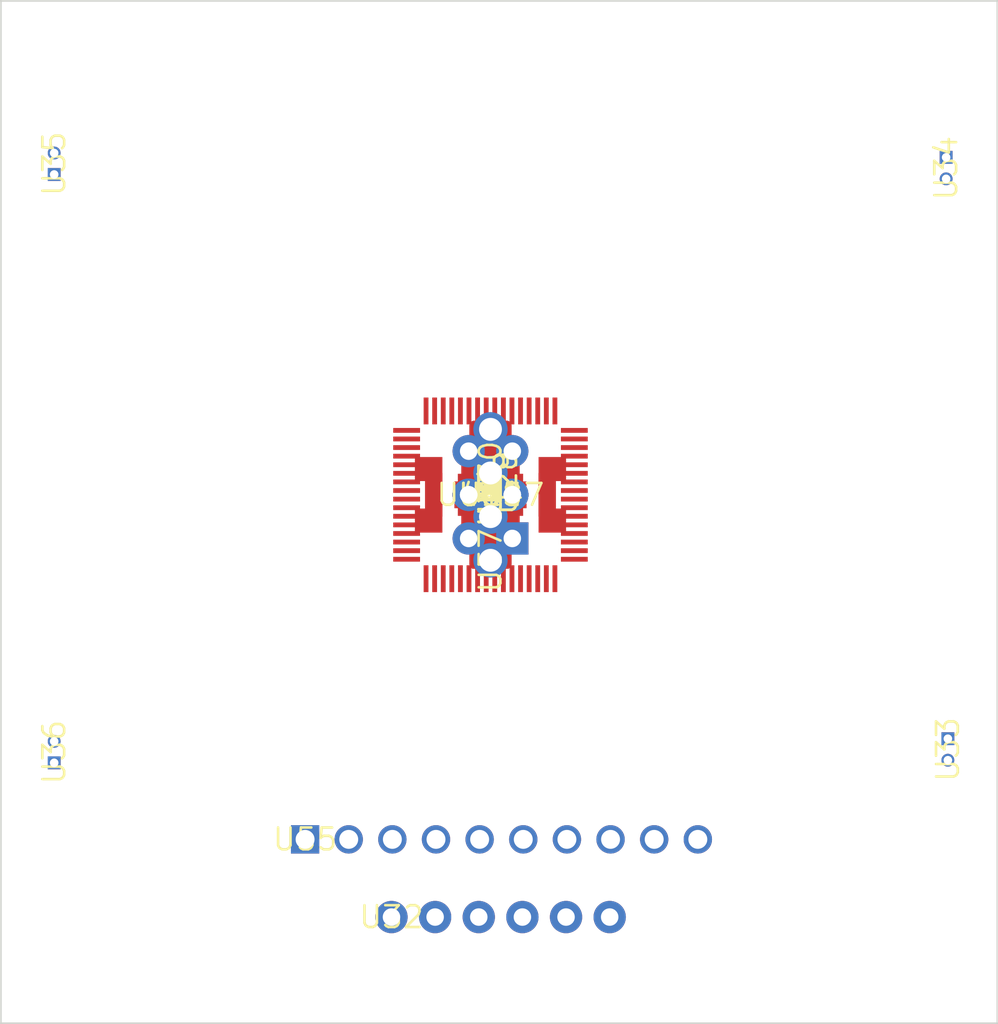
<source format=kicad_pcb>
(kicad_pcb (version 20171130) (host pcbnew "(5.1.4-0-10_14)")
  (layers (0 Top signal) (1 Route2 signal) (2 Route15 signal) (31 Bottom signal) (34 B.Paste user) (35 F.Paste user) (36 B.SilkS user) (37 F.SilkS user) (38 B.Mask user) (39 F.Mask user hide) (44 Edge.Cuts user))
  (net 0 "")
  (net 1 3V3)
  (net 2 GND)
  (net 3 VBAT)
  (net 4 BAT_GND)
  (net 5 "Net-(B1-Pad3)")
  (net 6 "Net-(B1-Pad4)")
  (net 7 "Net-(C3-Pad1)")
  (net 8 "Net-(C1-Pad1)")
  (net 9 "Net-(C2-Pad1)")
  (net 10 /PWM3)
  (net 11 /PWM2)
  (net 12 /PWM1)
  (net 13 /TX0)
  (net 14 /RX0)
  (net 15 /PWM4)
  (net 16 /MISO)
  (net 17 /MOSI)
  (net 18 /SCK)
  (net 19 /SDA)
  (net 20 /SCL)
  (net 21 "Net-(C4-Pad1)")
  (net 22 /RESET)
  (net 23 "Net-(D1-PadA)")
  (net 24 "Net-(C18-Pad1)")
  (net 25 "Net-(C19-Pad1)")
  (net 26 "Net-(B1-Pad2)")
  (net 27 "Net-(B1-Pad1)")
  (net 28 "Net-(D2-PadA)")
  (net 29 "Net-(D3-PadA)")
  (net 30 "Net-(D4-PadA)")
  (net 31 /DTR)
  (net 32 "Net-(D7-Pad1)")
  (net 33 "Net-(D8-Pad2)")
  (net 34 /LED2)
  (net 35 /LED1)
  (module quadcopter:LEDSC125X200X120-2_HS (layer Top) (at 148.000000 104.000000 270.000000)
    (fp_text reference U29 (at -0.7 -0.9 270) (layer F.SilkS) (effects (font (size 1.27 1.27))))
    (fp_text value "" (at -0.7 -0.9 270) (layer F.SilkS) (effects (font (size 1.27 1.27))))
    (pad 1 smd roundrect (at -1.045 0 90.000000) (size 0.94 0.99) (layers Top) (roundrect_rratio 0.255) (net 2 GND))
    (pad 2 smd roundrect (at 1.045 0 270.000000) (size 0.94 0.99) (layers Top) (roundrect_rratio 0.255) (net 33 "Net-(D8-Pad2)"))
  )
  (module quadcopter:LEDSC125X200X120-2_HS (layer Top) (at 148.000000 104.000000 270.000000)
    (fp_text reference U28 (at -0.7 -0.9 270) (layer F.SilkS) (effects (font (size 1.27 1.27))))
    (fp_text value "" (at -0.7 -0.9 270) (layer F.SilkS) (effects (font (size 1.27 1.27))))
    (pad 1 smd roundrect (at -1.045 0 90.000000) (size 0.94 0.99) (layers Top) (roundrect_rratio 0.255) (net 32 "Net-(D7-Pad1)"))
    (pad 2 smd roundrect (at 1.045 0 270.000000) (size 0.94 0.99) (layers Top) (roundrect_rratio 0.255) (net 2 GND))
  )
  (module quadcopter:FTDI_BASIC_2PIN_2 (layer Bottom) (at 148.000000 104.000000 180.000000)
    (fp_text reference U47 (at -1.27 0 180) (layer F.SilkS) (effects (font (size 1.27 1.27))))
    (fp_text value "" (at -1.27 0 180) (layer F.SilkS) (effects (font (size 1.27 1.27))))
    (pad DTR thru_hole circle (at -1.27 0 90.000000) (size 1.8796 1.8796) (drill 1.016) (layers *.Cu *.Mask) (net 31 /DTR))
    (pad CTS thru_hole circle (at 1.27 0 90.000000) (size 1.8796 1.8796) (drill 1.016) (layers *.Cu *.Mask) (net 2 GND))
  )
  (module quadcopter:HDRVR4W80P254_1X4_1066X254X850B (layer Top) (at 148.000000 104.000000 90.000000)
    (fp_text reference U57 (at -3.81 0 90) (layer F.SilkS) (effects (font (size 1.27 1.27))))
    (fp_text value "" (at -3.81 0 90) (layer F.SilkS) (effects (font (size 1.27 1.27))))
    (pad 4 thru_hole circle (at 3.81 0 90.000000) (size 1.9971 1.9971) (drill 1.3314) (layers *.Cu *.Mask) (net 19 /SDA))
    (pad 3 thru_hole circle (at 1.27 0 90.000000) (size 1.9971 1.9971) (drill 1.3314) (layers *.Cu *.Mask) (net 20 /SCL))
    (pad 2 thru_hole circle (at -1.27 0 90.000000) (size 1.9971 1.9971) (drill 1.3314) (layers *.Cu *.Mask) (net 2 GND))
    (pad 1 thru_hole circle (at -3.81 0 90.000000) (size 1.9971 1.9971) (drill 1.3314) (layers *.Cu *.Mask) (net 1 3V3))
  )
  (module quadcopter:FTDI_BASIC (layer Top) (at 148.588400 128.573200)
    (fp_text reference U32 (at -6.35 0) (layer F.SilkS) (effects (font (size 1.27 1.27))))
    (fp_text value "" (at -6.35 0) (layer F.SilkS) (effects (font (size 1.27 1.27))))
    (pad VCC thru_hole circle (at 1.27 0 90.000000) (size 1.8796 1.8796) (drill 1.016) (layers *.Cu *.Mask) (net 1 3V3))
    (pad TXO thru_hole circle (at -1.27 0 90.000000) (size 1.8796 1.8796) (drill 1.016) (layers *.Cu *.Mask) (net 14 /RX0))
    (pad RXI thru_hole circle (at -3.81 0 90.000000) (size 1.8796 1.8796) (drill 1.016) (layers *.Cu *.Mask) (net 13 /TX0))
    (pad GND thru_hole circle (at 6.35 0 90.000000) (size 1.8796 1.8796) (drill 1.016) (layers *.Cu *.Mask) (net 2 GND))
    (pad DTR thru_hole circle (at -6.35 0 90.000000) (size 1.8796 1.8796) (drill 1.016) (layers *.Cu *.Mask) (net 31 /DTR))
    (pad CTS thru_hole circle (at 3.81 0 90.000000) (size 1.8796 1.8796) (drill 1.016) (layers *.Cu *.Mask))
  )
  (module quadcopter:HDRV10W63P254_10X1_2540X254H838_HS (layer Top) (at 148.639200 124.052000)
    (fp_text reference U55 (at -11.43 0) (layer F.SilkS) (effects (font (size 1.27 1.27))))
    (fp_text value "" (at -11.43 0) (layer F.SilkS) (effects (font (size 1.27 1.27))))
    (pad 9 thru_hole circle (at 8.89 0) (size 1.65 1.65) (drill 1.1) (layers *.Cu *.Mask) (net 19 /SDA))
    (pad 8 thru_hole circle (at 6.35 0) (size 1.65 1.65) (drill 1.1) (layers *.Cu *.Mask) (net 1 3V3))
    (pad 7 thru_hole circle (at 3.81 0) (size 1.65 1.65) (drill 1.1) (layers *.Cu *.Mask) (net 3 VBAT))
    (pad 6 thru_hole circle (at 1.27 0) (size 1.65 1.65) (drill 1.1) (layers *.Cu *.Mask) (net 12 /PWM1))
    (pad 5 thru_hole circle (at -1.27 0) (size 1.65 1.65) (drill 1.1) (layers *.Cu *.Mask) (net 11 /PWM2))
    (pad 4 thru_hole circle (at -3.81 0) (size 1.65 1.65) (drill 1.1) (layers *.Cu *.Mask) (net 10 /PWM3))
    (pad 3 thru_hole circle (at -6.35 0) (size 1.65 1.65) (drill 1.1) (layers *.Cu *.Mask) (net 15 /PWM4))
    (pad 2 thru_hole circle (at -8.89 0) (size 1.65 1.65) (drill 1.1) (layers *.Cu *.Mask) (net 4 BAT_GND))
    (pad 10 thru_hole circle (at 11.43 0) (size 1.65 1.65) (drill 1.1) (layers *.Cu *.Mask) (net 20 /SCL))
    (pad 1 thru_hole rect (at -11.43 0) (size 1.65 1.65) (drill 1.1) (layers *.Cu *.Mask) (net 2 GND))
  )
  (module quadcopter:MALE_HEADER_2X1_0.1IN (layer Top) (at 148.000000 104.000000 270.000000)
    (fp_text reference U30 (at -1.27 0 270) (layer F.SilkS) (effects (font (size 1.27 1.27))))
    (fp_text value "" (at -1.27 0 270) (layer F.SilkS) (effects (font (size 1.27 1.27))))
    (pad 2 thru_hole circle (at 1.27 0 350.000000) (size 1.65 1.65) (drill 1.1) (layers *.Cu *.Mask) (net 3 VBAT))
    (pad 1 thru_hole rect (at -1.27 0 270.000000) (size 1.65 1.65) (drill 1.1) (layers *.Cu *.Mask) (net 4 BAT_GND))
  )
  (module quadcopter:FTDI_BASIC_2PIN_1 (layer Bottom) (at 148.000000 104.000000)
    (fp_text reference U48 (at -1.27 0) (layer F.SilkS) (effects (font (size 1.27 1.27))))
    (fp_text value "" (at -1.27 0) (layer F.SilkS) (effects (font (size 1.27 1.27))))
    (pad TXO thru_hole circle (at -1.27 0 270.000000) (size 1.8796 1.8796) (drill 1.016) (layers *.Cu *.Mask) (net 14 /RX0))
    (pad RXI thru_hole circle (at 1.27 0 270.000000) (size 1.8796 1.8796) (drill 1.016) (layers *.Cu *.Mask) (net 13 /TX0))
  )
  (module quadcopter:MOLEX-0530470210 (layer Top) (at 175.258400 118.819600 90.000000)
    (fp_text reference U33 (at 0 -0.635 90) (layer F.SilkS) (effects (font (size 1.27 1.27))))
    (fp_text value "" (at 0 -0.635 90) (layer F.SilkS) (effects (font (size 1.27 1.27))))
    (pad 2 thru_hole circle (at -0.625 -0.635 90.000000) (size 0.75 0.75) (drill 0.5) (layers *.Cu *.Mask) (net 23 "Net-(D1-PadA)"))
    (pad 1 thru_hole rect (at 0.625 -0.635 90.000000) (size 0.75 0.75) (drill 0.5) (layers *.Cu *.Mask) (net 3 VBAT))
  )
  (module quadcopter:MOLEX-0530470210 (layer Top) (at 175.156800 84.986800 90.000000)
    (fp_text reference U34 (at 0 -0.635 90) (layer F.SilkS) (effects (font (size 1.27 1.27))))
    (fp_text value "" (at 0 -0.635 90) (layer F.SilkS) (effects (font (size 1.27 1.27))))
    (pad 2 thru_hole circle (at -0.625 -0.635 90.000000) (size 0.75 0.75) (drill 0.5) (layers *.Cu *.Mask) (net 28 "Net-(D2-PadA)"))
    (pad 1 thru_hole rect (at 0.625 -0.635 90.000000) (size 0.75 0.75) (drill 0.5) (layers *.Cu *.Mask) (net 3 VBAT))
  )
  (module quadcopter:MOLEX-0530470210 (layer Top) (at 121.969200 118.972000 270.000000)
    (fp_text reference U36 (at 0 -0.635 270) (layer F.SilkS) (effects (font (size 1.27 1.27))))
    (fp_text value "" (at 0 -0.635 270) (layer F.SilkS) (effects (font (size 1.27 1.27))))
    (pad 2 thru_hole circle (at -0.625 -0.635 270.000000) (size 0.75 0.75) (drill 0.5) (layers *.Cu *.Mask) (net 30 "Net-(D4-PadA)"))
    (pad 1 thru_hole rect (at 0.625 -0.635 270.000000) (size 0.75 0.75) (drill 0.5) (layers *.Cu *.Mask) (net 3 VBAT))
  )
  (module quadcopter:MOLEX-0530470210 (layer Top) (at 121.969200 84.732800 270.000000)
    (fp_text reference U35 (at 0 -0.635 270) (layer F.SilkS) (effects (font (size 1.27 1.27))))
    (fp_text value "" (at 0 -0.635 270) (layer F.SilkS) (effects (font (size 1.27 1.27))))
    (pad 2 thru_hole circle (at -0.625 -0.635 270.000000) (size 0.75 0.75) (drill 0.5) (layers *.Cu *.Mask) (net 29 "Net-(D3-PadA)"))
    (pad 1 thru_hole rect (at 0.625 -0.635 270.000000) (size 0.75 0.75) (drill 0.5) (layers *.Cu *.Mask) (net 3 VBAT))
  )
  (module quadcopter:RESC2012X60_HS (layer Top) (at 148.000000 104.000000 90.000000)
    (fp_text reference U1 (at 0 0 90) (layer F.SilkS) (effects (font (size 1.27 1.27))))
    (fp_text value "" (at 0 0 90) (layer F.SilkS) (effects (font (size 1.27 1.27))))
    (pad 1 smd roundrect (at -0.955 0 270.000000) (size 0.92 1.38) (layers Top) (net 32 "Net-(D7-Pad1)"))
    (pad 2 smd roundrect (at 0.955 0 90.000000) (size 0.92 1.38) (layers Top) (net 34 /LED2))
  )
  (module quadcopter:RESC2012X60_HS (layer Top) (at 148.000000 104.000000 90.000000)
    (fp_text reference U2 (at 0 0 90) (layer F.SilkS) (effects (font (size 1.27 1.27))))
    (fp_text value "" (at 0 0 90) (layer F.SilkS) (effects (font (size 1.27 1.27))))
    (pad 1 smd roundrect (at -0.955 0 270.000000) (size 0.92 1.38) (layers Top) (net 33 "Net-(D8-Pad2)"))
    (pad 2 smd roundrect (at 0.955 0 90.000000) (size 0.92 1.38) (layers Top) (net 35 /LED1))
  )
  (module quadcopter:BALUN (layer Top) (at 148.000000 104.000000 270.000000)
    (fp_text reference U3 (at 0 0 270) (layer F.SilkS) (effects (font (size 1.27 1.27))))
    (fp_text value "" (at 0 0 270) (layer F.SilkS) (effects (font (size 1.27 1.27))))
    (pad 6 smd rect (at -0.65 -0.8 270.000000) (size 0.35 1) (layers Top F.Mask F.Paste))
    (pad 5 smd rect (at 0 -0.8 270.000000) (size 0.35 1) (layers Top F.Mask F.Paste) (net 2 GND))
    (pad 4 smd rect (at 0.65 -0.8 270.000000) (size 0.35 1) (layers Top F.Mask F.Paste) (net 6 "Net-(B1-Pad4)"))
    (pad 3 smd rect (at 0.65 0.8 270.000000) (size 0.35 1) (layers Top F.Mask F.Paste) (net 5 "Net-(B1-Pad3)"))
    (pad 2 smd rect (at 0 0.8 270.000000) (size 0.35 1) (layers Top F.Mask F.Paste) (net 26 "Net-(B1-Pad2)"))
    (pad 1 smd rect (at -0.65 0.8 270.000000) (size 0.35 1) (layers Top F.Mask F.Paste) (net 27 "Net-(B1-Pad1)"))
  )
  (module quadcopter:CAPC2012X140_HS (layer Top) (at 148.000000 104.000000 90.000000)
    (fp_text reference U4 (at 0 0 90) (layer F.SilkS) (effects (font (size 1.27 1.27))))
    (fp_text value "" (at 0 0 90) (layer F.SilkS) (effects (font (size 1.27 1.27))))
    (pad 2 smd roundrect (at 0.895 0 90.000000) (size 1.08 1.42) (layers Top) (roundrect_rratio 0.23) (net 2 GND))
    (pad 1 smd roundrect (at -0.895 0 270.000000) (size 1.08 1.42) (layers Top) (roundrect_rratio 0.23) (net 8 "Net-(C1-Pad1)"))
  )
  (module quadcopter:CAPMP7343X310_HS (layer Top) (at 148.000000 104.000000 270.000000)
    (fp_text reference U5 (at 0 0 270) (layer F.SilkS) (effects (font (size 1.27 1.27))))
    (fp_text value "" (at 0 0 270) (layer F.SilkS) (effects (font (size 1.27 1.27))))
    (pad 2 smd roundrect (at 3.12 0 270.000000) (size 2.37 2.43) (layers Top) (roundrect_rratio 0.105) (net 4 BAT_GND))
    (pad 1 smd roundrect (at -3.12 0 90.000000) (size 2.37 2.43) (layers Top) (roundrect_rratio 0.105) (net 3 VBAT))
  )
  (module quadcopter:CAPMP7343X310_HS (layer Top) (at 148.000000 104.000000 270.000000)
    (fp_text reference U6 (at 0 0 270) (layer F.SilkS) (effects (font (size 1.27 1.27))))
    (fp_text value "" (at 0 0 270) (layer F.SilkS) (effects (font (size 1.27 1.27))))
    (pad 2 smd roundrect (at 3.12 0 270.000000) (size 2.37 2.43) (layers Top) (roundrect_rratio 0.105) (net 4 BAT_GND))
    (pad 1 smd roundrect (at -3.12 0 90.000000) (size 2.37 2.43) (layers Top) (roundrect_rratio 0.105) (net 3 VBAT))
  )
  (module quadcopter:CAPC2012X140_HS (layer Top) (at 148.000000 104.000000 270.000000)
    (fp_text reference U7 (at 0 0 270) (layer F.SilkS) (effects (font (size 1.27 1.27))))
    (fp_text value "" (at 0 0 270) (layer F.SilkS) (effects (font (size 1.27 1.27))))
    (pad 2 smd roundrect (at 0.895 0 270.000000) (size 1.08 1.42) (layers Top) (roundrect_rratio 0.23) (net 4 BAT_GND))
    (pad 1 smd roundrect (at -0.895 0 90.000000) (size 1.08 1.42) (layers Top) (roundrect_rratio 0.23) (net 3 VBAT))
  )
  (module quadcopter:CAPC2012X140_HS (layer Top) (at 148.000000 104.000000 270.000000)
    (fp_text reference U8 (at 0 0 270) (layer F.SilkS) (effects (font (size 1.27 1.27))))
    (fp_text value "" (at 0 0 270) (layer F.SilkS) (effects (font (size 1.27 1.27))))
    (pad 2 smd roundrect (at 0.895 0 270.000000) (size 1.08 1.42) (layers Top) (roundrect_rratio 0.23) (net 2 GND))
    (pad 1 smd roundrect (at -0.895 0 90.000000) (size 1.08 1.42) (layers Top) (roundrect_rratio 0.23) (net 1 3V3))
  )
  (module quadcopter:CAPC2012X140_HS (layer Top) (at 148.000000 104.000000 270.000000)
    (fp_text reference U9 (at 0 0 270) (layer F.SilkS) (effects (font (size 1.27 1.27))))
    (fp_text value "" (at 0 0 270) (layer F.SilkS) (effects (font (size 1.27 1.27))))
    (pad 2 smd roundrect (at 0.895 0 270.000000) (size 1.08 1.42) (layers Top) (roundrect_rratio 0.23) (net 22 /RESET))
    (pad 1 smd roundrect (at -0.895 0 90.000000) (size 1.08 1.42) (layers Top) (roundrect_rratio 0.23) (net 31 /DTR))
  )
  (module quadcopter:CAPC2012X140_HS (layer Top) (at 148.000000 104.000000 270.000000)
    (fp_text reference U10 (at 0 0 270) (layer F.SilkS) (effects (font (size 1.27 1.27))))
    (fp_text value "" (at 0 0 270) (layer F.SilkS) (effects (font (size 1.27 1.27))))
    (pad 2 smd roundrect (at 0.895 0 270.000000) (size 1.08 1.42) (layers Top) (roundrect_rratio 0.23) (net 2 GND))
    (pad 1 smd roundrect (at -0.895 0 90.000000) (size 1.08 1.42) (layers Top) (roundrect_rratio 0.23) (net 24 "Net-(C18-Pad1)"))
  )
  (module quadcopter:CAPC2012X140_HS (layer Top) (at 148.000000 104.000000 270.000000)
    (fp_text reference U11 (at 0 0 270) (layer F.SilkS) (effects (font (size 1.27 1.27))))
    (fp_text value "" (at 0 0 270) (layer F.SilkS) (effects (font (size 1.27 1.27))))
    (pad 2 smd roundrect (at 0.895 0 270.000000) (size 1.08 1.42) (layers Top) (roundrect_rratio 0.23) (net 2 GND))
    (pad 1 smd roundrect (at -0.895 0 90.000000) (size 1.08 1.42) (layers Top) (roundrect_rratio 0.23) (net 25 "Net-(C19-Pad1)"))
  )
  (module quadcopter:CAPC2012X140_HS (layer Top) (at 148.000000 104.000000 270.000000)
    (fp_text reference U12 (at 0 0 270) (layer F.SilkS) (effects (font (size 1.27 1.27))))
    (fp_text value "" (at 0 0 270) (layer F.SilkS) (effects (font (size 1.27 1.27))))
    (pad 2 smd roundrect (at 0.895 0 270.000000) (size 1.08 1.42) (layers Top) (roundrect_rratio 0.23) (net 2 GND))
    (pad 1 smd roundrect (at -0.895 0 90.000000) (size 1.08 1.42) (layers Top) (roundrect_rratio 0.23) (net 9 "Net-(C2-Pad1)"))
  )
  (module quadcopter:CAPC2012X140_HS (layer Top) (at 148.000000 104.000000 270.000000)
    (fp_text reference U13 (at 0 0 270) (layer F.SilkS) (effects (font (size 1.27 1.27))))
    (fp_text value "" (at 0 0 270) (layer F.SilkS) (effects (font (size 1.27 1.27))))
    (pad 2 smd roundrect (at 0.895 0 270.000000) (size 1.08 1.42) (layers Top) (roundrect_rratio 0.23) (net 2 GND))
    (pad 1 smd roundrect (at -0.895 0 90.000000) (size 1.08 1.42) (layers Top) (roundrect_rratio 0.23) (net 1 3V3))
  )
  (module quadcopter:CAPC2012X140_HS (layer Top) (at 148.000000 104.000000 180.000000)
    (fp_text reference U14 (at 0 0 180) (layer F.SilkS) (effects (font (size 1.27 1.27))))
    (fp_text value "" (at 0 0 180) (layer F.SilkS) (effects (font (size 1.27 1.27))))
    (pad 2 smd roundrect (at 0.895 0 180.000000) (size 1.08 1.42) (layers Top) (roundrect_rratio 0.23) (net 2 GND))
    (pad 1 smd roundrect (at -0.895 0) (size 1.08 1.42) (layers Top) (roundrect_rratio 0.23) (net 26 "Net-(B1-Pad2)"))
  )
  (module quadcopter:CAPC2012X140_HS (layer Top) (at 148.000000 104.000000)
    (fp_text reference U15 (at 0 0) (layer F.SilkS) (effects (font (size 1.27 1.27))))
    (fp_text value "" (at 0 0) (layer F.SilkS) (effects (font (size 1.27 1.27))))
    (pad 2 smd roundrect (at 0.895 0) (size 1.08 1.42) (layers Top) (roundrect_rratio 0.23) (net 2 GND))
    (pad 1 smd roundrect (at -0.895 0 180.000000) (size 1.08 1.42) (layers Top) (roundrect_rratio 0.23) (net 27 "Net-(B1-Pad1)"))
  )
  (module quadcopter:CAPC2012X140_HS (layer Top) (at 148.000000 104.000000 90.000000)
    (fp_text reference U16 (at 0 0 90) (layer F.SilkS) (effects (font (size 1.27 1.27))))
    (fp_text value "" (at 0 0 90) (layer F.SilkS) (effects (font (size 1.27 1.27))))
    (pad 2 smd roundrect (at 0.895 0 90.000000) (size 1.08 1.42) (layers Top) (roundrect_rratio 0.23) (net 2 GND))
    (pad 1 smd roundrect (at -0.895 0 270.000000) (size 1.08 1.42) (layers Top) (roundrect_rratio 0.23) (net 1 3V3))
  )
  (module quadcopter:CAPC2012X140_HS (layer Top) (at 148.000000 104.000000 270.000000)
    (fp_text reference U17 (at 0 0 270) (layer F.SilkS) (effects (font (size 1.27 1.27))))
    (fp_text value "" (at 0 0 270) (layer F.SilkS) (effects (font (size 1.27 1.27))))
    (pad 2 smd roundrect (at 0.895 0 270.000000) (size 1.08 1.42) (layers Top) (roundrect_rratio 0.23) (net 2 GND))
    (pad 1 smd roundrect (at -0.895 0 90.000000) (size 1.08 1.42) (layers Top) (roundrect_rratio 0.23) (net 1 3V3))
  )
  (module quadcopter:CAPC2012X140_HS (layer Top) (at 148.000000 104.000000 90.000000)
    (fp_text reference U18 (at 0 0 90) (layer F.SilkS) (effects (font (size 1.27 1.27))))
    (fp_text value "" (at 0 0 90) (layer F.SilkS) (effects (font (size 1.27 1.27))))
    (pad 2 smd roundrect (at 0.895 0 90.000000) (size 1.08 1.42) (layers Top) (roundrect_rratio 0.23) (net 2 GND))
    (pad 1 smd roundrect (at -0.895 0 270.000000) (size 1.08 1.42) (layers Top) (roundrect_rratio 0.23) (net 1 3V3))
  )
  (module quadcopter:CAPC2012X140_HS (layer Top) (at 148.000000 104.000000 270.000000)
    (fp_text reference U19 (at 0 0 270) (layer F.SilkS) (effects (font (size 1.27 1.27))))
    (fp_text value "" (at 0 0 270) (layer F.SilkS) (effects (font (size 1.27 1.27))))
    (pad 2 smd roundrect (at 0.895 0 270.000000) (size 1.08 1.42) (layers Top) (roundrect_rratio 0.23) (net 2 GND))
    (pad 1 smd roundrect (at -0.895 0 90.000000) (size 1.08 1.42) (layers Top) (roundrect_rratio 0.23) (net 1 3V3))
  )
  (module quadcopter:CAPC2012X140_HS (layer Top) (at 148.000000 104.000000 90.000000)
    (fp_text reference U20 (at 0 0 90) (layer F.SilkS) (effects (font (size 1.27 1.27))))
    (fp_text value "" (at 0 0 90) (layer F.SilkS) (effects (font (size 1.27 1.27))))
    (pad 2 smd roundrect (at 0.895 0 90.000000) (size 1.08 1.42) (layers Top) (roundrect_rratio 0.23) (net 2 GND))
    (pad 1 smd roundrect (at -0.895 0 270.000000) (size 1.08 1.42) (layers Top) (roundrect_rratio 0.23) (net 7 "Net-(C3-Pad1)"))
  )
  (module quadcopter:CAPC2012X140_HS (layer Top) (at 148.000000 104.000000 90.000000)
    (fp_text reference U21 (at 0 0 90) (layer F.SilkS) (effects (font (size 1.27 1.27))))
    (fp_text value "" (at 0 0 90) (layer F.SilkS) (effects (font (size 1.27 1.27))))
    (pad 2 smd roundrect (at 0.895 0 90.000000) (size 1.08 1.42) (layers Top) (roundrect_rratio 0.23) (net 2 GND))
    (pad 1 smd roundrect (at -0.895 0 270.000000) (size 1.08 1.42) (layers Top) (roundrect_rratio 0.23) (net 21 "Net-(C4-Pad1)"))
  )
  (module quadcopter:CAPMP7343X310_HS (layer Top) (at 148.000000 104.000000 270.000000)
    (fp_text reference U22 (at 0 0 270) (layer F.SilkS) (effects (font (size 1.27 1.27))))
    (fp_text value "" (at 0 0 270) (layer F.SilkS) (effects (font (size 1.27 1.27))))
    (pad 2 smd roundrect (at 3.12 0 270.000000) (size 2.37 2.43) (layers Top) (roundrect_rratio 0.105) (net 4 BAT_GND))
    (pad 1 smd roundrect (at -3.12 0 90.000000) (size 2.37 2.43) (layers Top) (roundrect_rratio 0.105) (net 3 VBAT))
  )
  (module quadcopter:CAPMP7343X310_HS (layer Top) (at 148.000000 104.000000 270.000000)
    (fp_text reference U23 (at 0 0 270) (layer F.SilkS) (effects (font (size 1.27 1.27))))
    (fp_text value "" (at 0 0 270) (layer F.SilkS) (effects (font (size 1.27 1.27))))
    (pad 2 smd roundrect (at 3.12 0 270.000000) (size 2.37 2.43) (layers Top) (roundrect_rratio 0.105) (net 4 BAT_GND))
    (pad 1 smd roundrect (at -3.12 0 90.000000) (size 2.37 2.43) (layers Top) (roundrect_rratio 0.105) (net 3 VBAT))
  )
  (module quadcopter:SOD3716X135_HS (layer Top) (at 148.000000 104.000000 270.000000)
    (fp_text reference U24 (at 0 0 270) (layer F.SilkS) (effects (font (size 1.27 1.27))))
    (fp_text value "" (at 0 0 270) (layer F.SilkS) (effects (font (size 1.27 1.27))))
    (pad C smd roundrect (at -1.665 0 90.000000) (size 1.25 0.8) (layers Top) (net 3 VBAT))
    (pad A smd roundrect (at 1.665 0 270.000000) (size 1.25 0.8) (layers Top) (net 23 "Net-(D1-PadA)"))
  )
  (module quadcopter:SOD3716X135_HS (layer Top) (at 148.000000 104.000000 270.000000)
    (fp_text reference U25 (at 0 0 270) (layer F.SilkS) (effects (font (size 1.27 1.27))))
    (fp_text value "" (at 0 0 270) (layer F.SilkS) (effects (font (size 1.27 1.27))))
    (pad C smd roundrect (at -1.665 0 90.000000) (size 1.25 0.8) (layers Top) (net 3 VBAT))
    (pad A smd roundrect (at 1.665 0 270.000000) (size 1.25 0.8) (layers Top) (net 28 "Net-(D2-PadA)"))
  )
  (module quadcopter:SOD3716X135_HS (layer Top) (at 148.000000 104.000000 270.000000)
    (fp_text reference U26 (at 0 0 270) (layer F.SilkS) (effects (font (size 1.27 1.27))))
    (fp_text value "" (at 0 0 270) (layer F.SilkS) (effects (font (size 1.27 1.27))))
    (pad C smd roundrect (at -1.665 0 90.000000) (size 1.25 0.8) (layers Top) (net 3 VBAT))
    (pad A smd roundrect (at 1.665 0 270.000000) (size 1.25 0.8) (layers Top) (net 29 "Net-(D3-PadA)"))
  )
  (module quadcopter:SOD3716X135_HS (layer Top) (at 148.000000 104.000000 270.000000)
    (fp_text reference U27 (at 0 0 270) (layer F.SilkS) (effects (font (size 1.27 1.27))))
    (fp_text value "" (at 0 0 270) (layer F.SilkS) (effects (font (size 1.27 1.27))))
    (pad C smd roundrect (at -1.665 0 90.000000) (size 1.25 0.8) (layers Top) (net 3 VBAT))
    (pad A smd roundrect (at 1.665 0 270.000000) (size 1.25 0.8) (layers Top) (net 30 "Net-(D4-PadA)"))
  )
  (module quadcopter:2X3-NS (layer Top) (at 148.000000 104.000000 90.000000)
    (fp_text reference U31 (at 0 0 90) (layer F.SilkS) (effects (font (size 1.27 1.27))))
    (fp_text value "" (at 0 0 90) (layer F.SilkS) (effects (font (size 1.27 1.27))))
    (pad 6 thru_hole circle (at 2.54 -1.27 90.000000) (size 1.8796 1.8796) (drill 1.016) (layers *.Cu *.Mask) (net 2 GND))
    (pad 5 thru_hole circle (at 2.54 1.27 90.000000) (size 1.8796 1.8796) (drill 1.016) (layers *.Cu *.Mask) (net 22 /RESET))
    (pad 4 thru_hole circle (at 0 -1.27 90.000000) (size 1.8796 1.8796) (drill 1.016) (layers *.Cu *.Mask) (net 17 /MOSI))
    (pad 3 thru_hole circle (at 0 1.27 90.000000) (size 1.8796 1.8796) (drill 1.016) (layers *.Cu *.Mask) (net 18 /SCK))
    (pad 2 thru_hole circle (at -2.54 -1.27 90.000000) (size 1.8796 1.8796) (drill 1.016) (layers *.Cu *.Mask))
    (pad 1 thru_hole rect (at -2.54 1.27 90.000000) (size 1.8796 1.8796) (drill 1.016) (layers *.Cu *.Mask) (net 16 /MISO))
  )
  (module quadcopter:RESC2012X60_HS (layer Top) (at 148.000000 104.000000 90.000000)
    (fp_text reference U37 (at 0 0 90) (layer F.SilkS) (effects (font (size 1.27 1.27))))
    (fp_text value "" (at 0 0 90) (layer F.SilkS) (effects (font (size 1.27 1.27))))
    (pad 1 smd roundrect (at -0.955 0 270.000000) (size 0.92 1.38) (layers Top) (net 22 /RESET))
    (pad 2 smd roundrect (at 0.955 0 90.000000) (size 0.92 1.38) (layers Top) (net 1 3V3))
  )
  (module quadcopter:RESC2012X60_HS (layer Top) (at 148.000000 104.000000 90.000000)
    (fp_text reference U38 (at 0 0 90) (layer F.SilkS) (effects (font (size 1.27 1.27))))
    (fp_text value "" (at 0 0 90) (layer F.SilkS) (effects (font (size 1.27 1.27))))
    (pad 1 smd roundrect (at -0.955 0 270.000000) (size 0.92 1.38) (layers Top) (net 19 /SDA))
    (pad 2 smd roundrect (at 0.955 0 90.000000) (size 0.92 1.38) (layers Top) (net 1 3V3))
  )
  (module quadcopter:RESC2012X60_HS (layer Top) (at 148.000000 104.000000 90.000000)
    (fp_text reference U39 (at 0 0 90) (layer F.SilkS) (effects (font (size 1.27 1.27))))
    (fp_text value "" (at 0 0 90) (layer F.SilkS) (effects (font (size 1.27 1.27))))
    (pad 1 smd roundrect (at -0.955 0 270.000000) (size 0.92 1.38) (layers Top) (net 20 /SCL))
    (pad 2 smd roundrect (at 0.955 0 90.000000) (size 0.92 1.38) (layers Top) (net 1 3V3))
  )
  (module quadcopter:RESC2012X60_HS (layer Top) (at 148.000000 104.000000 270.000000)
    (fp_text reference U40 (at 0 0 270) (layer F.SilkS) (effects (font (size 1.27 1.27))))
    (fp_text value "" (at 0 0 270) (layer F.SilkS) (effects (font (size 1.27 1.27))))
    (pad 1 smd roundrect (at -0.955 0 90.000000) (size 0.92 1.38) (layers Top) (net 12 /PWM1))
    (pad 2 smd roundrect (at 0.955 0 270.000000) (size 0.92 1.38) (layers Top) (net 2 GND))
  )
  (module quadcopter:RESC2012X60_HS (layer Top) (at 148.000000 104.000000 90.000000)
    (fp_text reference U41 (at 0 0 90) (layer F.SilkS) (effects (font (size 1.27 1.27))))
    (fp_text value "" (at 0 0 90) (layer F.SilkS) (effects (font (size 1.27 1.27))))
    (pad 1 smd roundrect (at -0.955 0 270.000000) (size 0.92 1.38) (layers Top) (net 11 /PWM2))
    (pad 2 smd roundrect (at 0.955 0 90.000000) (size 0.92 1.38) (layers Top) (net 2 GND))
  )
  (module quadcopter:RESC2012X60_HS (layer Top) (at 148.000000 104.000000 90.000000)
    (fp_text reference U42 (at 0 0 90) (layer F.SilkS) (effects (font (size 1.27 1.27))))
    (fp_text value "" (at 0 0 90) (layer F.SilkS) (effects (font (size 1.27 1.27))))
    (pad 1 smd roundrect (at -0.955 0 270.000000) (size 0.92 1.38) (layers Top) (net 10 /PWM3))
    (pad 2 smd roundrect (at 0.955 0 90.000000) (size 0.92 1.38) (layers Top) (net 2 GND))
  )
  (module quadcopter:RESC2012X60_HS (layer Top) (at 148.000000 104.000000 270.000000)
    (fp_text reference U43 (at 0 0 270) (layer F.SilkS) (effects (font (size 1.27 1.27))))
    (fp_text value "" (at 0 0 270) (layer F.SilkS) (effects (font (size 1.27 1.27))))
    (pad 1 smd roundrect (at -0.955 0 90.000000) (size 0.92 1.38) (layers Top) (net 15 /PWM4))
    (pad 2 smd roundrect (at 0.955 0 270.000000) (size 0.92 1.38) (layers Top) (net 2 GND))
  )
  (module quadcopter:4.5MM_TACTILE_SWITCH_TL3305AF160QG (layer Top) (at 148.000000 104.000000 180.000000)
    (fp_text reference U44 (at 0 0 180) (layer F.SilkS) (effects (font (size 1.27 1.27))))
    (fp_text value "" (at 0 0 180) (layer F.SilkS) (effects (font (size 1.27 1.27))))
    (pad 4 smd rect (at 3.6 -1.5 270.000000) (size 1.4 1.6) (layers Top F.Mask F.Paste) (net 22 /RESET))
    (pad 3 smd rect (at -3.6 -1.5 270.000000) (size 1.4 1.6) (layers Top F.Mask F.Paste) (net 22 /RESET))
    (pad 2 smd rect (at 3.6 1.5 270.000000) (size 1.4 1.6) (layers Top F.Mask F.Paste) (net 2 GND))
    (pad 1 smd rect (at -3.6 1.5 270.000000) (size 1.4 1.6) (layers Top F.Mask F.Paste) (net 2 GND))
  )
  (module quadcopter:QFN-64 (layer Top) (at 148.000000 104.000000 270.000000)
    (fp_text reference U45 (at 0 0 270) (layer F.SilkS) (effects (font (size 1.27 1.27))))
    (fp_text value "" (at 0 0 270) (layer F.SilkS) (effects (font (size 1.27 1.27))))
    (pad 9 smd rect (at -4.881 0.25 180.000000) (size 0.28 1.562) (layers Top F.Mask F.Paste) (net 5 "Net-(B1-Pad3)"))
    (pad 8 smd rect (at -4.881 -0.25 180.000000) (size 0.28 1.562) (layers Top F.Mask F.Paste) (net 6 "Net-(B1-Pad4)"))
    (pad 7 smd rect (at -4.881 -0.75 180.000000) (size 0.28 1.562) (layers Top F.Mask F.Paste) (net 2 GND))
    (pad 64 smd rect (at -3.75 -4.881 270.000000) (size 0.28 1.562) (layers Top F.Mask F.Paste))
    (pad 63 smd rect (at -3.25 -4.881 270.000000) (size 0.28 1.562) (layers Top F.Mask F.Paste))
    (pad 62 smd rect (at -2.75 -4.881 270.000000) (size 0.28 1.562) (layers Top F.Mask F.Paste))
    (pad 61 smd rect (at -2.25 -4.881 270.000000) (size 0.28 1.562) (layers Top F.Mask F.Paste) (net 2 GND))
    (pad 60 smd rect (at -1.75 -4.881 270.000000) (size 0.28 1.562) (layers Top F.Mask F.Paste) (net 7 "Net-(C3-Pad1)"))
    (pad 6 smd rect (at -4.881 -1.25 180.000000) (size 0.28 1.562) (layers Top F.Mask F.Paste))
    (pad 59 smd rect (at -1.25 -4.881 270.000000) (size 0.28 1.562) (layers Top F.Mask F.Paste) (net 1 3V3))
    (pad 58 smd rect (at -0.75 -4.881 270.000000) (size 0.28 1.562) (layers Top F.Mask F.Paste) (net 2 GND))
    (pad 57 smd rect (at -0.25 -4.881 270.000000) (size 0.28 1.562) (layers Top F.Mask F.Paste) (net 8 "Net-(C1-Pad1)"))
    (pad 56 smd rect (at 0.25 -4.881 270.000000) (size 0.28 1.562) (layers Top F.Mask F.Paste) (net 9 "Net-(C2-Pad1)"))
    (pad 55 smd rect (at 0.75 -4.881 270.000000) (size 0.28 1.562) (layers Top F.Mask F.Paste) (net 2 GND))
    (pad 54 smd rect (at 1.25 -4.881 270.000000) (size 0.28 1.562) (layers Top F.Mask F.Paste) (net 1 3V3))
    (pad 53 smd rect (at 1.75 -4.881 270.000000) (size 0.28 1.562) (layers Top F.Mask F.Paste))
    (pad 52 smd rect (at 2.25 -4.881 270.000000) (size 0.28 1.562) (layers Top F.Mask F.Paste))
    (pad 51 smd rect (at 2.75 -4.881 270.000000) (size 0.28 1.562) (layers Top F.Mask F.Paste) (net 10 /PWM3))
    (pad 50 smd rect (at 3.25 -4.881 270.000000) (size 0.28 1.562) (layers Top F.Mask F.Paste) (net 11 /PWM2))
    (pad 5 smd rect (at -4.881 -1.75 180.000000) (size 0.28 1.562) (layers Top F.Mask F.Paste))
    (pad 49 smd rect (at 3.75 -4.881 270.000000) (size 0.28 1.562) (layers Top F.Mask F.Paste) (net 12 /PWM1))
    (pad 48 smd rect (at 4.881 -3.75) (size 0.28 1.562) (layers Top F.Mask F.Paste))
    (pad 47 smd rect (at 4.881 -3.25) (size 0.28 1.562) (layers Top F.Mask F.Paste) (net 13 /TX0))
    (pad 46 smd rect (at 4.881 -2.75) (size 0.28 1.562) (layers Top F.Mask F.Paste) (net 14 /RX0))
    (pad 45 smd rect (at 4.881 -2.25) (size 0.28 1.562) (layers Top F.Mask F.Paste) (net 2 GND))
    (pad 44 smd rect (at 4.881 -1.75) (size 0.28 1.562) (layers Top F.Mask F.Paste) (net 1 3V3))
    (pad 43 smd rect (at 4.881 -1.25) (size 0.28 1.562) (layers Top F.Mask F.Paste))
    (pad 42 smd rect (at 4.881 -0.75) (size 0.28 1.562) (layers Top F.Mask F.Paste))
    (pad 41 smd rect (at 4.881 -0.25) (size 0.28 1.562) (layers Top F.Mask F.Paste) (net 15 /PWM4))
    (pad 40 smd rect (at 4.881 0.25) (size 0.28 1.562) (layers Top F.Mask F.Paste))
    (pad 4 smd rect (at -4.881 -2.25 180.000000) (size 0.28 1.562) (layers Top F.Mask F.Paste))
    (pad 39 smd rect (at 4.881 0.75) (size 0.28 1.562) (layers Top F.Mask F.Paste) (net 16 /MISO))
    (pad 38 smd rect (at 4.881 1.25) (size 0.28 1.562) (layers Top F.Mask F.Paste) (net 17 /MOSI))
    (pad 37 smd rect (at 4.881 1.75) (size 0.28 1.562) (layers Top F.Mask F.Paste) (net 18 /SCK))
    (pad 36 smd rect (at 4.881 2.25) (size 0.28 1.562) (layers Top F.Mask F.Paste))
    (pad 35 smd rect (at 4.881 2.75) (size 0.28 1.562) (layers Top F.Mask F.Paste) (net 2 GND))
    (pad 34 smd rect (at 4.881 3.25) (size 0.28 1.562) (layers Top F.Mask F.Paste) (net 1 3V3))
    (pad 33 smd rect (at 4.881 3.75) (size 0.28 1.562) (layers Top F.Mask F.Paste) (net 2 GND))
    (pad 32 smd rect (at 3.75 4.881 270.000000) (size 0.28 1.562) (layers Top F.Mask F.Paste))
    (pad 31 smd rect (at 3.25 4.881 270.000000) (size 0.28 1.562) (layers Top F.Mask F.Paste))
    (pad 30 smd rect (at 2.75 4.881 270.000000) (size 0.28 1.562) (layers Top F.Mask F.Paste))
    (pad 3 smd rect (at -4.881 -2.75 180.000000) (size 0.28 1.562) (layers Top F.Mask F.Paste))
    (pad 29 smd rect (at 2.25 4.881 270.000000) (size 0.28 1.562) (layers Top F.Mask F.Paste))
    (pad 28 smd rect (at 1.75 4.881 90.000000) (size 0.28 1.562) (layers Top F.Mask F.Paste))
    (pad 27 smd rect (at 1.25 4.881 90.000000) (size 0.28 1.562) (layers Top F.Mask F.Paste))
    (pad 26 smd rect (at 0.75 4.881 90.000000) (size 0.28 1.562) (layers Top F.Mask F.Paste) (net 19 /SDA))
    (pad 25 smd rect (at 0.25 4.881 90.000000) (size 0.28 1.562) (layers Top F.Mask F.Paste) (net 20 /SCL))
    (pad 24 smd rect (at -0.25 4.881 90.000000) (size 0.28 1.562) (layers Top F.Mask F.Paste) (net 2 GND))
    (pad 23 smd rect (at -0.75 4.881 90.000000) (size 0.28 1.562) (layers Top F.Mask F.Paste) (net 1 3V3))
    (pad 22 smd rect (at -1.25 4.881 90.000000) (size 0.28 1.562) (layers Top F.Mask F.Paste) (net 21 "Net-(C4-Pad1)"))
    (pad 21 smd rect (at -1.75 4.881 90.000000) (size 0.28 1.562) (layers Top F.Mask F.Paste) (net 21 "Net-(C4-Pad1)"))
    (pad 20 smd rect (at -2.25 4.881 90.000000) (size 0.28 1.562) (layers Top F.Mask F.Paste) (net 2 GND))
    (pad 2 smd rect (at -4.881 -3.25 180.000000) (size 0.28 1.562) (layers Top F.Mask F.Paste))
    (pad 19 smd rect (at -2.75 4.881 90.000000) (size 0.28 1.562) (layers Top F.Mask F.Paste))
    (pad 18 smd rect (at -3.25 4.881 90.000000) (size 0.28 1.562) (layers Top F.Mask F.Paste))
    (pad 17 smd rect (at -3.75 4.881 90.000000) (size 0.28 1.562) (layers Top F.Mask F.Paste))
    (pad 16 smd rect (at -4.881 3.75) (size 0.28 1.562) (layers Top F.Mask F.Paste))
    (pad 15 smd rect (at -4.881 3.25) (size 0.28 1.562) (layers Top F.Mask F.Paste) (net 34 /LED2))
    (pad 14 smd rect (at -4.881 2.75 180.000000) (size 0.28 1.562) (layers Top F.Mask F.Paste) (net 35 /LED1))
    (pad 13 smd rect (at -4.881 2.25 180.000000) (size 0.28 1.562) (layers Top F.Mask F.Paste))
    (pad 12 smd rect (at -4.881 1.75 180.000000) (size 0.28 1.562) (layers Top F.Mask F.Paste) (net 22 /RESET))
    (pad 11 smd rect (at -4.881 1.25 180.000000) (size 0.28 1.562) (layers Top F.Mask F.Paste) (net 2 GND))
    (pad 10 smd rect (at -4.881 0.75 180.000000) (size 0.28 1.562) (layers Top F.Mask F.Paste) (net 2 GND))
    (pad 1 smd rect (at -4.881 -3.75 180.000000) (size 0.28 1.562) (layers Top F.Mask F.Paste))
  )
  (module quadcopter:CRYSTAL-SMD-5X3 (layer Top) (at 148.000000 104.000000 270.000000)
    (fp_text reference U46 (at 0 0 270) (layer F.SilkS) (effects (font (size 1.27 1.27))))
    (fp_text value "" (at 0 0 270) (layer F.SilkS) (effects (font (size 1.27 1.27))))
    (pad 4 smd rect (at -1.85 -1.15 270.000000) (size 1.9 1.1) (layers Top F.Mask F.Paste))
    (pad 3 smd rect (at 1.85 -1.15 270.000000) (size 1.9 1.1) (layers Top F.Mask F.Paste) (net 9 "Net-(C2-Pad1)"))
    (pad 2 smd rect (at 1.85 1.15 270.000000) (size 1.9 1.1) (layers Top F.Mask F.Paste))
    (pad 1 smd rect (at -1.85 1.15 270.000000) (size 1.9 1.1) (layers Top F.Mask F.Paste) (net 8 "Net-(C1-Pad1)"))
  )
  (module quadcopter:SOT23-DBV (layer Top) (at 148.000000 104.000000 270.000000)
    (fp_text reference U49 (at 0 0 270) (layer F.SilkS) (effects (font (size 1.27 1.27))))
    (fp_text value "" (at 0 0 270) (layer F.SilkS) (effects (font (size 1.27 1.27))))
    (pad 5 smd rect (at -0.95 -1.3 270.000000) (size 0.55 1.2) (layers Top F.Mask F.Paste) (net 1 3V3))
    (pad 4 smd rect (at 0.95 -1.3 270.000000) (size 0.55 1.2) (layers Top F.Mask F.Paste))
    (pad 3 smd rect (at 0.95 1.3 270.000000) (size 0.55 1.2) (layers Top F.Mask F.Paste) (net 3 VBAT))
    (pad 2 smd rect (at 0 1.3 270.000000) (size 0.55 1.2) (layers Top F.Mask F.Paste) (net 2 GND))
    (pad 1 smd rect (at -0.95 1.3 270.000000) (size 0.55 1.2) (layers Top F.Mask F.Paste) (net 3 VBAT))
  )
  (module quadcopter:NEW_IMU_MEDIUM (layer Top) (at 148.000000 104.000000 180.000000)
    (fp_text reference U50 (at 0 0 180) (layer F.SilkS) (effects (font (size 1.27 1.27))))
    (fp_text value "" (at 0 0 180) (layer F.SilkS) (effects (font (size 1.27 1.27))))
    (pad VDDIO2 smd rect (at -1.675 -0.215) (size 0.85 0.27) (layers Top F.Mask F.Paste) (net 1 3V3))
    (pad VDDIO smd rect (at -1.505 -1.425 270.000000) (size 0.85 0.27) (layers Top F.Mask F.Paste) (net 1 3V3))
    (pad VDD2 smd rect (at -0.645 -1.425 270.000000) (size 0.85 0.27) (layers Top F.Mask F.Paste) (net 1 3V3))
    (pad VDD1 smd rect (at -0.215 -1.425 270.000000) (size 0.85 0.27) (layers Top F.Mask F.Paste) (net 1 3V3))
    (pad SDO_M smd rect (at -1.505 1.425 90.000000) (size 0.85 0.27) (layers Top F.Mask F.Paste) (net 1 3V3))
    (pad SDO_A/G smd rect (at -1.675 0.645) (size 0.85 0.27) (layers Top F.Mask F.Paste) (net 1 3V3))
    (pad SDA/SDI/SDO smd rect (at -1.675 0.215) (size 0.85 0.27) (layers Top F.Mask F.Paste) (net 19 /SDA))
    (pad SCL/SPC smd rect (at -1.675 -0.645) (size 0.85 0.27) (layers Top F.Mask F.Paste) (net 20 /SCL))
    (pad RES5 smd rect (at 1.505 -1.425 270.000000) (size 0.85 0.27) (layers Top F.Mask F.Paste) (net 2 GND))
    (pad RES4 smd rect (at 1.675 -0.645 180.000000) (size 0.85 0.27) (layers Top F.Mask F.Paste) (net 2 GND))
    (pad RES3 smd rect (at 1.675 -0.215 180.000000) (size 0.85 0.27) (layers Top F.Mask F.Paste) (net 2 GND))
    (pad RES2 smd rect (at 1.675 0.215 180.000000) (size 0.85 0.27) (layers Top F.Mask F.Paste) (net 2 GND))
    (pad RES1 smd rect (at 1.675 0.645 180.000000) (size 0.85 0.27) (layers Top F.Mask F.Paste) (net 2 GND))
    (pad INT_M smd rect (at 0.215 1.425 90.000000) (size 0.85 0.27) (layers Top F.Mask F.Paste))
    (pad INT2_A/G smd rect (at 1.075 1.425 90.000000) (size 0.85 0.27) (layers Top F.Mask F.Paste))
    (pad INT1_A/G smd rect (at 0.645 1.425 90.000000) (size 0.85 0.27) (layers Top F.Mask F.Paste))
    (pad GND2 smd rect (at 0.645 -1.425 270.000000) (size 0.85 0.27) (layers Top F.Mask F.Paste) (net 2 GND))
    (pad GND1 smd rect (at 1.075 -1.425 270.000000) (size 0.85 0.27) (layers Top F.Mask F.Paste) (net 2 GND))
    (pad DRDY_M smd rect (at -0.215 1.425 90.000000) (size 0.85 0.27) (layers Top F.Mask F.Paste))
    (pad DEN_A/G smd rect (at 1.505 1.425 90.000000) (size 0.85 0.27) (layers Top F.Mask F.Paste) (net 1 3V3))
    (pad CS_M smd rect (at -0.645 1.425 90.000000) (size 0.85 0.27) (layers Top F.Mask F.Paste) (net 1 3V3))
    (pad CS_A/G smd rect (at -1.075 1.425 90.000000) (size 0.85 0.27) (layers Top F.Mask F.Paste) (net 1 3V3))
    (pad CAP smd rect (at 0.215 -1.425 270.000000) (size 0.85 0.27) (layers Top F.Mask F.Paste) (net 24 "Net-(C18-Pad1)"))
    (pad C1 smd rect (at -1.075 -1.425 270.000000) (size 0.85 0.27) (layers Top F.Mask F.Paste) (net 25 "Net-(C19-Pad1)"))
  )
  (module quadcopter:N_FET_SI2302CDS-T1-E3CT-ND (layer Top) (at 148.000000 104.000000 90.000000)
    (fp_text reference U51 (at 0 0 90) (layer F.SilkS) (effects (font (size 1.27 1.27))))
    (fp_text value "" (at 0 0 90) (layer F.SilkS) (effects (font (size 1.27 1.27))))
    (pad S smd rect (at -1.146 0.95) (size 1 2) (layers Top) (net 4 BAT_GND))
    (pad G smd rect (at -1.146 -0.95) (size 1 2) (layers Top) (net 12 /PWM1))
    (pad D smd rect (at 1.136 0) (size 2.9 2.05) (layers Top) (net 23 "Net-(D1-PadA)"))
  )
  (module quadcopter:N_FET_SI2302CDS-T1-E3CT-ND (layer Top) (at 148.000000 104.000000 90.000000)
    (fp_text reference U52 (at 0 0 90) (layer F.SilkS) (effects (font (size 1.27 1.27))))
    (fp_text value "" (at 0 0 90) (layer F.SilkS) (effects (font (size 1.27 1.27))))
    (pad S smd rect (at -1.146 0.95) (size 1 2) (layers Top) (net 4 BAT_GND))
    (pad G smd rect (at -1.146 -0.95) (size 1 2) (layers Top) (net 11 /PWM2))
    (pad D smd rect (at 1.136 0) (size 2.9 2.05) (layers Top) (net 28 "Net-(D2-PadA)"))
  )
  (module quadcopter:N_FET_SI2302CDS-T1-E3CT-ND (layer Top) (at 148.000000 104.000000 90.000000)
    (fp_text reference U53 (at 0 0 90) (layer F.SilkS) (effects (font (size 1.27 1.27))))
    (fp_text value "" (at 0 0 90) (layer F.SilkS) (effects (font (size 1.27 1.27))))
    (pad S smd rect (at -1.146 0.95) (size 1 2) (layers Top) (net 4 BAT_GND))
    (pad G smd rect (at -1.146 -0.95) (size 1 2) (layers Top) (net 10 /PWM3))
    (pad D smd rect (at 1.136 0) (size 2.9 2.05) (layers Top) (net 29 "Net-(D3-PadA)"))
  )
  (module quadcopter:N_FET_SI2302CDS-T1-E3CT-ND (layer Top) (at 148.000000 104.000000 90.000000)
    (fp_text reference U54 (at 0 0 90) (layer F.SilkS) (effects (font (size 1.27 1.27))))
    (fp_text value "" (at 0 0 90) (layer F.SilkS) (effects (font (size 1.27 1.27))))
    (pad S smd rect (at -1.146 0.95) (size 1 2) (layers Top) (net 4 BAT_GND))
    (pad G smd rect (at -1.146 -0.95) (size 1 2) (layers Top) (net 15 /PWM4))
    (pad D smd rect (at 1.136 0) (size 2.9 2.05) (layers Top) (net 30 "Net-(D4-PadA)"))
  )
  (module quadcopter:CAPMP7343X310_HS (layer Top) (at 148.000000 104.000000 270.000000)
    (fp_text reference U56 (at 0 0 270) (layer F.SilkS) (effects (font (size 1.27 1.27))))
    (fp_text value "" (at 0 0 270) (layer F.SilkS) (effects (font (size 1.27 1.27))))
    (pad 2 smd roundrect (at 3.12 0 270.000000) (size 2.37 2.43) (layers Top) (roundrect_rratio 0.105) (net 2 GND))
    (pad 1 smd roundrect (at -3.12 0 90.000000) (size 2.37 2.43) (layers Top) (roundrect_rratio 0.105) (net 1 3V3))
  )
  (module quadcopter:ANT-2.4GHZ-6.5X2.2MM (layer Top) (at 148.000000 104.000000)
    (fp_text reference U58 (at 0 0) (layer F.SilkS) (effects (font (size 1.27 1.27))))
    (fp_text value "" (at 0 0) (layer F.SilkS) (effects (font (size 1.27 1.27))))
    (pad NC smd rect (at 3.302 0 180.000000) (size 1.016 2.54) (layers Top F.Mask F.Paste))
    (pad FEED smd rect (at -3.302 0 180.000000) (size 1.016 2.54) (layers Top F.Mask F.Paste) (net 27 "Net-(B1-Pad1)"))
  )
  (gr_line (start 177.5011 134.7536) (end 119.5011 134.7536) (layer Edge.Cuts) (width 0.1))
  (gr_line (start 119.5011 134.7536) (end 119.5011 75.2536) (layer Edge.Cuts) (width 0.1))
  (gr_line (start 119.5011 75.2536) (end 177.5011 75.2536) (layer Edge.Cuts) (width 0.1))
  (gr_line (start 177.5011 75.2536) (end 177.5011 134.7536) (layer Edge.Cuts) (width 0.1))
)
</source>
